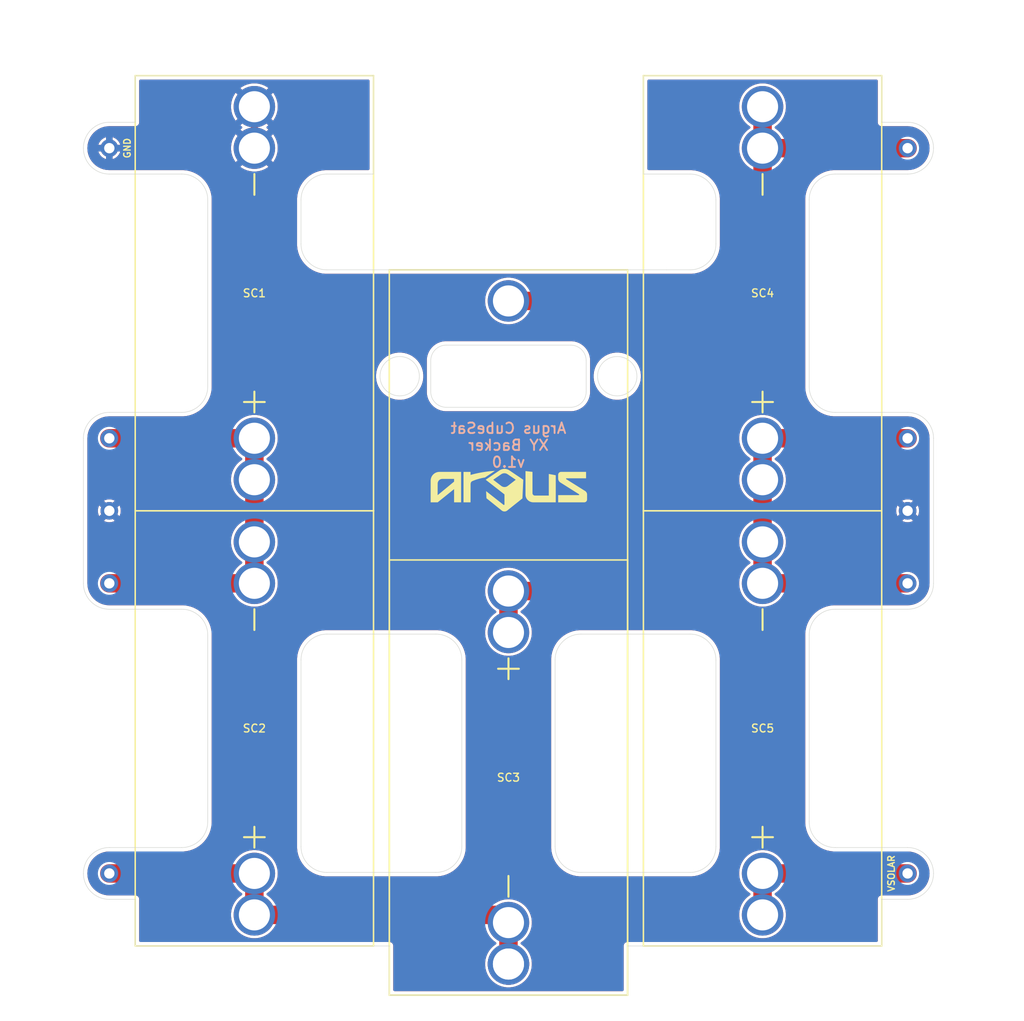
<source format=kicad_pcb>
(kicad_pcb (version 20241229) (generator "pcbnew") (generator_version "9.0")
  (layers (0 "F.Cu" signal) (2 "B.Cu" signal) (13 "F.Paste" user) (15 "B.Paste" user) (5 "F.SilkS" user "F.Silkscreen") (7 "B.SilkS" user "B.Silkscreen") (1 "F.Mask" user) (3 "B.Mask" user) (25 "Edge.Cuts" user))
  (net 0 "")
  (net 1 "GND")
  (net 2 "VSOLAR")
  (net 3 "Net-(SC1-+)")
  (net 4 "Net-(SC2-+)")
  (net 5 "Net-(SC3-+)")
  (net 6 "Net-(SC4-+)")
  (footprint "Cell Backer:MountingHole_1mm" (layer "F.Cu") (at 111.976 102)
    (property "Reference" "H9" (hide yes))
    (property "Value" "MountingHole_Pad")
    (pad "1" thru_hole circle (at 0 0) (size 1.7 1.7) (drill 1) (layers "*.Cu" "*.Mask") (net 1 "GND"))
  )
  (footprint "Cell Backer:MountingHole_1mm" (layer "F.Cu") (at 111.976 109)
    (property "Reference" "H4" (hide yes))
    (property "Value" "MountingHole_Pad")
    (pad "1" thru_hole circle (at 0 0) (size 1.7 1.7) (drill 1) (layers "*.Cu" "*.Mask") (net 3 "Net-(SC1-+)"))
  )
  (footprint "Cell Backer:SM141K06TF_S" (layer "F.Cu") (at 125.976 123 -90)
    (property "Reference" "SC2" (at 0 0 180) (layer "F.SilkS") (effects (font (size 0.762 0.762) (thickness 0.127))))
    (property "Value" "SM141K06TF/S")
    (fp_line (start -20.999999 11.5) (end 20.999999 11.5) (stroke (width 0.15)) (layer "F.SilkS"))
    (fp_line (start -9.499999 0) (end -11.5 0) (stroke (width 0.2)) (layer "F.SilkS"))
    (fp_line (start 9.499999 0) (end 11.5 0) (stroke (width 0.2)) (layer "F.SilkS"))
    (fp_line (start 10.5 -1) (end 10.5 1) (stroke (width 0.2)) (layer "F.SilkS"))
    (fp_line (start -20.999999 -11.5) (end -20.999999 11.5) (stroke (width 0.15)) (layer "F.SilkS"))
    (fp_line (start -20.999999 -11.5) (end 20.999999 -11.5) (stroke (width 0.15)) (layer "F.SilkS"))
    (fp_line (start 20.999999 -11.5) (end 20.999999 11.5) (stroke (width 0.15)) (layer "F.SilkS"))
    (pad "1" thru_hole circle (at 14 0 315) (size 4 4) (drill 3) (layers "*.Cu" "*.Mask") (net 4 "Net-(SC2-+)"))
    (pad "1" thru_hole circle (at 18 0 270) (size 4 4) (drill 3) (layers "*.Cu" "*.Mask") (net 4 "Net-(SC2-+)"))
    (pad "2" thru_hole circle (at -18 0 270) (size 4 4) (drill 3) (layers "*.Cu" "*.Mask") (net 3 "Net-(SC1-+)"))
    (pad "2" thru_hole circle (at -14 0 270) (size 4 4) (drill 3) (layers "*.Cu" "*.Mask") (net 3 "Net-(SC1-+)"))
  )
  (footprint "Cell Backer:MountingHole_1mm" (layer "F.Cu") (at 111.976 137)
    (property "Reference" "H5" (hide yes))
    (property "Value" "MountingHole_Pad")
    (pad "1" thru_hole circle (at 0 0) (size 1.7 1.7) (drill 1) (layers "*.Cu" "*.Mask") (net 4 "Net-(SC2-+)"))
  )
  (footprint "Cell Backer:MountingHole_1mm" (layer "F.Cu") (at 189.024 67)
    (property "Reference" "H6" (hide yes))
    (property "Value" "MountingHole_Pad")
    (pad "1" thru_hole circle (at 0 0) (size 1.7 1.7) (drill 1) (layers "*.Cu" "*.Mask") (net 5 "Net-(SC3-+)"))
  )
  (footprint "Cell Backer:SM141K10TF_S" (layer "F.Cu") (at 150.5 113.744719 90)
    (property "Reference" "SC6" (hide yes))
    (property "Value" "SM141K10TF/S")
    (fp_line (start 35 -11.5) (end 35 11.5) (stroke (width 0.15)) (layer "F.SilkS"))
    (fp_line (start -35 -11.5) (end 35 -11.5) (stroke (width 0.15)) (layer "F.SilkS"))
    (fp_line (start -35 -11.5) (end -35 11.5) (stroke (width 0.15)) (layer "F.SilkS"))
    (fp_line (start -35 11.5) (end 35 11.5) (stroke (width 0.15)) (layer "F.SilkS"))
    (pad "1" thru_hole circle (at 32 0 90) (size 4 4) (drill 3) (layers "*.Cu" "*.Mask") (net 5 "Net-(SC3-+)"))
    (pad "2" thru_hole circle (at -32 0 90) (size 4 4) (drill 3) (layers "*.Cu" "*.Mask") (net 4 "Net-(SC2-+)"))
  )
  (footprint "Cell Backer:MountingHole_1mm" (layer "F.Cu") (at 189.024 102)
    (property "Reference" "H10" (hide yes))
    (property "Value" "MountingHole_Pad")
    (pad "1" thru_hole circle (at 0 0) (size 1.7 1.7) (drill 1) (layers "*.Cu" "*.Mask") (net 1 "GND"))
  )
  (footprint "Cell Backer:MountingHole_1mm" (layer "F.Cu") (at 189.024 109)
    (property "Reference" "H2" (hide yes))
    (property "Value" "MountingHole_Pad")
    (pad "1" thru_hole circle (at 0 0) (size 1.7 1.7) (drill 1) (layers "*.Cu" "*.Mask") (net 6 "Net-(SC4-+)"))
  )
  (footprint "Cell Backer:MountingHole_1mm" (layer "F.Cu") (at 189.024 137 90)
    (property "Reference" "H8" (hide yes))
    (property "Value" "MountingHole_Pad")
    (pad "1" thru_hole circle (at 0 0 90) (size 1.7 1.7) (drill 1) (layers "*.Cu" "*.Mask") (net 2 "VSOLAR"))
  )
  (footprint "Cell Backer:SM141K06TF_S" (layer "F.Cu") (at 150.5 127.74472 90)
    (property "Reference" "SC3" (at 0 0 180) (layer "F.SilkS") (effects (font (size 0.762 0.762) (thickness 0.127))))
    (property "Value" "SM141K06TF/S")
    (fp_line (start 20.999999 -11.5) (end 20.999999 11.5) (stroke (width 0.15)) (layer "F.SilkS"))
    (fp_line (start -20.999999 -11.5) (end 20.999999 -11.5) (stroke (width 0.15)) (layer "F.SilkS"))
    (fp_line (start -20.999999 -11.5) (end -20.999999 11.5) (stroke (width 0.15)) (layer "F.SilkS"))
    (fp_line (start 10.5 -1) (end 10.5 1) (stroke (width 0.2)) (layer "F.SilkS"))
    (fp_line (start 9.499999 0) (end 11.5 0) (stroke (width 0.2)) (layer "F.SilkS"))
    (fp_line (start -9.499999 0) (end -11.5 0) (stroke (width 0.2)) (layer "F.SilkS"))
    (fp_line (start -20.999999 11.5) (end 20.999999 11.5) (stroke (width 0.15)) (layer "F.SilkS"))
    (pad "1" thru_hole circle (at 14 0 135) (size 4 4) (drill 3) (layers "*.Cu" "*.Mask") (net 5 "Net-(SC3-+)"))
    (pad "1" thru_hole circle (at 18 0 90) (size 4 4) (drill 3) (layers "*.Cu" "*.Mask") (net 5 "Net-(SC3-+)"))
    (pad "2" thru_hole circle (at -18 0 90) (size 4 4) (drill 3) (layers "*.Cu" "*.Mask") (net 4 "Net-(SC2-+)"))
    (pad "2" thru_hole circle (at -14 0 90) (size 4 4) (drill 3) (layers "*.Cu" "*.Mask") (net 4 "Net-(SC2-+)"))
  )
  (footprint "Cell Backer:MountingHole_1mm" (layer "F.Cu") (at 189.024 95.000001 90)
    (property "Reference" "H7" (hide yes))
    (property "Value" "MountingHole_Pad")
    (pad "1" thru_hole circle (at 0 0 90) (size 1.7 1.7) (drill 1) (layers "*.Cu" "*.Mask") (net 6 "Net-(SC4-+)"))
  )
  (footprint "Cell Backer:MountingHole_1mm" (layer "F.Cu") (at 111.976 95)
    (property "Reference" "H1" (hide yes))
    (property "Value" "MountingHole_Pad")
    (pad "1" thru_hole circle (at 0 0) (size 1.7 1.7) (drill 1) (layers "*.Cu" "*.Mask") (net 3 "Net-(SC1-+)"))
  )
  (footprint "Cell Backer:SM141K06TF_S" (layer "F.Cu") (at 175.024 123 -90)
    (property "Reference" "SC5" (at 0 0 180) (layer "F.SilkS") (effects (font (size 0.762 0.762) (thickness 0.127))))
    (property "Value" "SM141K06TF/S")
    (fp_line (start -20.999999 11.5) (end 20.999999 11.5) (stroke (width 0.15)) (layer "F.SilkS"))
    (fp_line (start -9.499999 0) (end -11.5 0) (stroke (width 0.2)) (layer "F.SilkS"))
    (fp_line (start 9.499999 0) (end 11.5 0) (stroke (width 0.2)) (layer "F.SilkS"))
    (fp_line (start 10.5 -1) (end 10.5 1) (stroke (width 0.2)) (layer "F.SilkS"))
    (fp_line (start -20.999999 -11.5) (end -20.999999 11.5) (stroke (width 0.15)) (layer "F.SilkS"))
    (fp_line (start -20.999999 -11.5) (end 20.999999 -11.5) (stroke (width 0.15)) (layer "F.SilkS"))
    (fp_line (start 20.999999 -11.5) (end 20.999999 11.5) (stroke (width 0.15)) (layer "F.SilkS"))
    (pad "1" thru_hole circle (at 14 0 315) (size 4 4) (drill 3) (layers "*.Cu" "*.Mask") (net 2 "VSOLAR"))
    (pad "1" thru_hole circle (at 18 0 270) (size 4 4) (drill 3) (layers "*.Cu" "*.Mask") (net 2 "VSOLAR"))
    (pad "2" thru_hole circle (at -18 0 270) (size 4 4) (drill 3) (layers "*.Cu" "*.Mask") (net 6 "Net-(SC4-+)"))
    (pad "2" thru_hole circle (at -14 0 270) (size 4 4) (drill 3) (layers "*.Cu" "*.Mask") (net 6 "Net-(SC4-+)"))
  )
  (footprint "Cell Backer:SM141K06TF_S" (layer "F.Cu") (at 175.024 81 -90)
    (property "Reference" "SC4" (at 0 0 180) (layer "F.SilkS") (effects (font (size 0.762 0.762) (thickness 0.127))))
    (property "Value" "SM141K06TF/S")
    (fp_line (start -20.999999 11.5) (end 20.999999 11.5) (stroke (width 0.15)) (layer "F.SilkS"))
    (fp_line (start -9.499999 0) (end -11.5 0) (stroke (width 0.2)) (layer "F.SilkS"))
    (fp_line (start 9.499999 0) (end 11.5 0) (stroke (width 0.2)) (layer "F.SilkS"))
    (fp_line (start 10.5 -1) (end 10.5 1) (stroke (width 0.2)) (layer "F.SilkS"))
    (fp_line (start -20.999999 -11.5) (end -20.999999 11.5) (stroke (width 0.15)) (layer "F.SilkS"))
    (fp_line (start -20.999999 -11.5) (end 20.999999 -11.5) (stroke (width 0.15)) (layer "F.SilkS"))
    (fp_line (start 20.999999 -11.5) (end 20.999999 11.5) (stroke (width 0.15)) (layer "F.SilkS"))
    (pad "1" thru_hole circle (at 14 0 315) (size 4 4) (drill 3) (layers "*.Cu" "*.Mask") (net 6 "Net-(SC4-+)"))
    (pad "1" thru_hole circle (at 18 0 270) (size 4 4) (drill 3) (layers "*.Cu" "*.Mask") (net 6 "Net-(SC4-+)"))
    (pad "2" thru_hole circle (at -18 0 270) (size 4 4) (drill 3) (layers "*.Cu" "*.Mask") (net 5 "Net-(SC3-+)"))
    (pad "2" thru_hole circle (at -14 0 270) (size 4 4) (drill 3) (layers "*.Cu" "*.Mask") (net 5 "Net-(SC3-+)"))
  )
  (footprint "Cell Backer:MountingHole_1mm" (layer "F.Cu") (at 111.976 67 45)
    (property "Reference" "H3" (hide yes))
    (property "Value" "MountingHole_Pad")
    (pad "1" thru_hole circle (at 0 0 45) (size 1.7 1.7) (drill 1) (layers "*.Cu" "*.Mask") (net 1 "GND"))
  )
  (footprint "Cell Backer:SM141K06TF_S" (layer "F.Cu") (at 125.976 81 -90)
    (property "Reference" "SC1" (at 0 0 0) (layer "F.SilkS") (effects (font (size 0.762 0.762) (thickness 0.127))))
    (property "Value" "SM141K06TF/S")
    (fp_line (start -20.999999 11.5) (end 20.999999 11.5) (stroke (width 0.15)) (layer "F.SilkS"))
    (fp_line (start -9.499999 0) (end -11.5 0) (stroke (width 0.2)) (layer "F.SilkS"))
    (fp_line (start 9.499999 0) (end 11.5 0) (stroke (width 0.2)) (layer "F.SilkS"))
    (fp_line (start 10.5 -1) (end 10.5 1) (stroke (width 0.2)) (layer "F.SilkS"))
    (fp_line (start -20.999999 -11.5) (end -20.999999 11.5) (stroke (width 0.15)) (layer "F.SilkS"))
    (fp_line (start -20.999999 -11.5) (end 20.999999 -11.5) (stroke (width 0.15)) (layer "F.SilkS"))
    (fp_line (start 20.999999 -11.5) (end 20.999999 11.5) (stroke (width 0.15)) (layer "F.SilkS"))
    (pad "1" thru_hole circle (at 14 0 315) (size 4 4) (drill 3) (layers "*.Cu" "*.Mask") (net 3 "Net-(SC1-+)"))
    (pad "1" thru_hole circle (at 18 0 270) (size 4 4) (drill 3) (layers "*.Cu" "*.Mask") (net 3 "Net-(SC1-+)"))
    (pad "2" thru_hole circle (at -18 0 270) (size 4 4) (drill 3) (layers "*.Cu" "*.Mask") (net 1 "GND"))
    (pad "2" thru_hole circle (at -14 0 270) (size 4 4) (drill 3) (layers "*.Cu" "*.Mask") (net 1 "GND"))
  )
  (gr_poly (pts (xy 150.17672 97.957612) (xy 150.239119 97.964477) (xy 150.300991 97.975918) (xy 150.362072 97.991935) (xy 150.422098 98.01253) (xy 150.480807 98.0377) (xy 150.537935 98.067447) (xy 150.593218 98.101771) (xy 151.929893 99.002941) (xy 151.929894 99.003471) (xy 151.929365 99.003471) (xy 151.848402 100.802108) (xy 150.384727 101.971037) (xy 150.369752 101.982522) (xy 150.354411 101.993262) (xy 150.338728 102.003259) (xy 150.322728 102.012513) (xy 150.306435 102.021023) (xy 150.289873 102.028789) (xy 150.273067 102.035813) (xy 150.256041 102.042094) (xy 150.221427 102.052429) (xy 150.186228 102.059794) (xy 150.150638 102.064193) (xy 150.114853 102.065626) (xy 150.079067 102.064094) (xy 150.043477 102.0596) (xy 150.008278 102.052145) (xy 149.973664 102.04173) (xy 149.956638 102.035414) (xy 149.939832 102.028358) (xy 149.92327 102.020563) (xy 149.906977 102.012029) (xy 149.890976 102.002756) (xy 149.875293 101.992745) (xy 149.859952 101.981995) (xy 149.844977 101.970508) (xy 148.375482 100.790995) (xy 148.340556 100.103079) (xy 150.018014 101.421233) (xy 150.021688 101.42394) (xy 150.025456 101.426314) (xy 150.029305 101.42836) (xy 150.033221 101.430085) (xy 150.03719 101.431495) (xy 150.041198 101.432598) (xy 150.045231 101.4334) (xy 150.049277 101.433908) (xy 150.053319 101.434128) (xy 150.057346 101.434067) (xy 150.061343 101.433732) (xy 150.065295 101.433129) (xy 150.06919 101.432266) (xy 150.073014 101.431149) (xy 150.076751 101.429784) (xy 150.08039 101.428178) (xy 150.083915 101.426338) (xy 150.087314 101.424271) (xy 150.090571 101.421983) (xy 150.093674 101.419481) (xy 150.096608 101.416771) (xy 150.09936 101.413861) (xy 150.101915 101.410757) (xy 150.10426 101.407466) (xy 150.106382 101.403994) (xy 150.108265 101.400348) (xy 150.109897 101.396535) (xy 150.111263 101.392561) (xy 150.112349 101.388434) (xy 150.113143 101.384159) (xy 150.113629 101.379744) (xy 150.113794 101.375195) (xy 150.113794 100.417933) (xy 148.298223 99.003471) (xy 148.299007 99.002941) (xy 149.026885 99.002941) (xy 149.806877 99.6009) (xy 149.824296 99.613683) (xy 149.842108 99.625642) (xy 149.860286 99.636777) (xy 149.878804 99.647087) (xy 149.916756 99.665234) (xy 149.955754 99.680084) (xy 149.99559 99.691639) (xy 150.036053 99.699898) (xy 150.076935 99.704863) (xy 150.118027 99.706535) (xy 150.159118 99.704913) (xy 150.2 99.7) (xy 150.240463 99.691795) (xy 150.280299 99.680299) (xy 150.319297 99.665514) (xy 150.357249 99.64744) (xy 150.375767 99.63717) (xy 150.393945 99.626078) (xy 150.411757 99.614164) (xy 150.429176 99.601429) (xy 150.429706 99.601429) (xy 151.200702 99.004) (xy 150.411714 98.469542) (xy 150.376731 98.447496) (xy 150.340553 98.428391) (xy 150.303353 98.412224) (xy 150.2653 98.398997) (xy 150.226565 98.388709) (xy 150.187319 98.381361) (xy 150.147731 98.376952) (xy 150.107973 98.375482) (xy 150.068214 98.376952) (xy 150.028627 98.381361) (xy 149.98938 98.388709) (xy 149.950645 98.398997) (xy 149.912592 98.412224) (xy 149.875392 98.428391) (xy 149.839214 98.447496) (xy 149.804231 98.469542) (xy 149.026885 99.002941) (xy 148.299007 99.002941) (xy 149.634897 98.101771) (xy 149.69018 98.067447) (xy 149.747308 98.0377) (xy 149.806017 98.01253) (xy 149.866044 97.991935) (xy 149.927125 97.975918) (xy 149.988997 97.964477) (xy 150.051396 97.957612) (xy 150.114058 97.955324)) (fill yes) (layer "F.SilkS"))
  (gr_poly (pts (xy 157.989911 98.861654) (xy 156.10396 98.861654) (xy 156.099585 98.861832) (xy 156.095391 98.862355) (xy 156.091384 98.863205) (xy 156.087569 98.864364) (xy 156.08395 98.865813) (xy 156.080534 98.867535) (xy 156.077325 98.869511) (xy 156.074327 98.871725) (xy 156.071547 98.874156) (xy 156.068989 98.876789) (xy 156.066657 98.879603) (xy 156.064558 98.882583) (xy 156.062696 98.885709) (xy 156.061077 98.888963) (xy 156.059704 98.892328) (xy 156.058584 98.895785) (xy 156.057722 98.899317) (xy 156.057121 98.902905) (xy 156.056789 98.906531) (xy 156.056728 98.910178) (xy 156.056945 98.913827) (xy 156.057445 98.91746) (xy 156.058232 98.92106) (xy 156.059312 98.924608) (xy 156.060689 98.928086) (xy 156.06237 98.931477) (xy 156.064358 98.934761) (xy 156.066658 98.937922) (xy 156.069277 98.940941) (xy 156.072218 98.9438) (xy 156.075488 98.946481) (xy 156.07909 98.948966) (xy 157.895717 100.087204) (xy 157.90679 100.09441) (xy 157.917583 100.101933) (xy 157.92809 100.109765) (xy 157.938307 100.117899) (xy 157.957853 100.135035) (xy 157.976184 100.153275) (xy 157.993262 100.172555) (xy 158.009051 100.192807) (xy 158.023512 100.213966) (xy 158.036609 100.235966) (xy 158.048304 100.258741) (xy 158.058561 100.282225) (xy 158.067342 100.306353) (xy 158.07461 100.331059) (xy 158.080327 100.356276) (xy 158.082593 100.369055) (xy 158.084457 100.381938) (xy 158.085915 100.394916) (xy 158.086962 100.407981) (xy 158.087594 100.421124) (xy 158.087806 100.434337) (xy 158.087806 100.904237) (xy 158.087444 100.918536) (xy 158.086372 100.932646) (xy 158.084605 100.946551) (xy 158.082163 100.960234) (xy 158.079061 100.973676) (xy 158.075318 100.98686) (xy 158.070951 100.999769) (xy 158.065978 101.012385) (xy 158.060415 101.024692) (xy 158.054281 101.036671) (xy 158.047592 101.048305) (xy 158.040367 101.059576) (xy 158.032622 101.070468) (xy 158.024375 101.080963) (xy 158.015644 101.091042) (xy 158.006446 101.10069) (xy 157.996799 101.109888) (xy 157.986719 101.118619) (xy 157.976224 101.126866) (xy 157.965333 101.134611) (xy 157.954061 101.141836) (xy 157.942427 101.148524) (xy 157.930448 101.154659) (xy 157.918142 101.160221) (xy 157.905525 101.165195) (xy 157.892616 101.169562) (xy 157.879432 101.173305) (xy 157.86599 101.176406) (xy 157.852308 101.178849) (xy 157.838403 101.180616) (xy 157.824292 101.181688) (xy 157.809994 101.18205) (xy 157.809464 101.18205) (xy 155.295922 101.18205) (xy 155.295922 100.486195) (xy 157.279239 100.486195) (xy 157.283569 100.486017) (xy 157.287722 100.485494) (xy 157.291694 100.484644) (xy 157.29548 100.483485) (xy 157.299075 100.482036) (xy 157.302473 100.480314) (xy 157.305669 100.478338) (xy 157.308658 100.476125) (xy 157.311435 100.473693) (xy 157.313993 100.471061) (xy 157.316329 100.468246) (xy 157.318437 100.465266) (xy 157.320312 100.46214) (xy 157.321948 100.458886) (xy 157.32334 100.455521) (xy 157.324483 100.452064) (xy 157.325372 100.448532) (xy 157.326002 100.444944) (xy 157.326367 100.441318) (xy 157.326462 100.437671) (xy 157.326281 100.434022) (xy 157.325821 100.430389) (xy 157.325074 100.426789) (xy 157.324037 100.423241) (xy 157.322703 100.419763) (xy 157.321069 100.416372) (xy 157.319127 100.413088) (xy 157.316874 100.409927) (xy 157.314304 100.406908) (xy 157.311412 100.404049) (xy 157.308192 100.401368) (xy 157.304639 100.398883) (xy 155.510236 99.269112) (xy 155.497841 99.261041) (xy 155.485761 99.252611) (xy 155.474001 99.243831) (xy 155.462567 99.23471) (xy 155.451463 99.225258) (xy 155.440695 99.215485) (xy 155.420187 99.195012) (xy 155.401083 99.173367) (xy 155.383425 99.150626) (xy 155.367254 99.126865) (xy 155.35261 99.10216) (xy 155.339536 99.076587) (xy 155.328071 99.050221) (xy 155.318258 99.023139) (xy 155.310136 98.995417) (xy 155.303748 98.967131) (xy 155.299134 98.938356) (xy 155.297506 98.923809) (xy 155.296336 98.909169) (xy 155.29563 98.894444) (xy 155.295394 98.879645) (xy 155.295394 98.524575) (xy 155.29576 98.510127) (xy 155.296846 98.495868) (xy 155.298635 98.481815) (xy 155.301108 98.467986) (xy 155.304249 98.454398) (xy 155.308039 98.441069) (xy 155.31246 98.428017) (xy 155.317495 98.41526) (xy 155.323126 98.402816) (xy 155.329336 98.390701) (xy 155.336106 98.378934) (xy 155.343419 98.367533) (xy 155.351257 98.356515) (xy 155.359603 98.345898) (xy 155.368438 98.3357) (xy 155.377745 98.325939) (xy 155.387507 98.316631) (xy 155.397705 98.307796) (xy 155.408322 98.29945) (xy 155.41934 98.291612) (xy 155.430741 98.284299) (xy 155.442508 98.277529) (xy 155.454622 98.271319) (xy 155.467067 98.265688) (xy 155.479824 98.260653) (xy 155.492876 98.256232) (xy 155.506205 98.252442) (xy 155.519793 98.249301) (xy 155.533622 98.246828) (xy 155.547675 98.245039) (xy 155.561934 98.243953) (xy 155.576381 98.243587) (xy 157.989911 98.243587)) (fill yes) (layer "F.SilkS"))
  (gr_poly (pts (xy 148.23631 98.784395) (xy 148.12984 98.801635) (xy 148.007793 98.825053) (xy 147.849687 98.86) (xy 147.662882 98.907721) (xy 147.454739 98.969463) (xy 147.344965 99.005981) (xy 147.232618 99.046472) (xy 147.118616 99.091092) (xy 147.003881 99.139995) (xy 146.993137 99.145114) (xy 146.982832 99.150637) (xy 146.972956 99.156553) (xy 146.963506 99.162848) (xy 146.954473 99.169508) (xy 146.945853 99.17652) (xy 146.937638 99.183871) (xy 146.929822 99.191548) (xy 146.915363 99.207825) (xy 146.902426 99.225246) (xy 146.890961 99.243704) (xy 146.880916 99.263093) (xy 146.872241 99.283307) (xy 146.864887 99.304239) (xy 146.858802 99.325783) (xy 146.853936 99.347834) (xy 146.85024 99.370285) (xy 146.847662 99.393029) (xy 146.846152 99.415961) (xy 146.84566 99.438975) (xy 146.839839 101.182579) (xy 146.163035 101.182579) (xy 146.161447 98.244646) (xy 146.841426 98.244646) (xy 146.841426 98.537804) (xy 146.842485 98.537804) (xy 147.067894 98.475915) (xy 147.290232 98.420766) (xy 147.507916 98.371978) (xy 147.719364 98.329172) (xy 147.922991 98.291968) (xy 148.117216 98.259988) (xy 148.300456 98.232853) (xy 148.471128 98.210183) (xy 148.768435 98.176725) (xy 148.996474 98.15658) (xy 149.194102 98.144104)) (fill yes) (layer "F.SilkS"))
  (gr_poly (pts (xy 145.928614 98.243587) (xy 145.928614 101.18205) (xy 145.250752 101.18205) (xy 145.250752 99.907816) (xy 143.668014 101.18205) (xy 142.990152 101.18205) (xy 142.990152 100.489899) (xy 143.663781 100.489899) (xy 145.250752 99.183387) (xy 145.250752 98.921979) (xy 145.250752 98.92145) (xy 144.120452 98.92145) (xy 144.097179 98.922039) (xy 144.07421 98.923787) (xy 144.051575 98.926665) (xy 144.029301 98.930646) (xy 144.007416 98.9357) (xy 143.985951 98.9418) (xy 143.964932 98.948916) (xy 143.944388 98.95702) (xy 143.924348 98.966083) (xy 143.904841 98.976078) (xy 143.885894 98.986976) (xy 143.867537 98.998747) (xy 143.849797 99.011365) (xy 143.832704 99.024799) (xy 143.816286 99.039023) (xy 143.80057 99.054006) (xy 143.785587 99.069721) (xy 143.771364 99.08614) (xy 143.757929 99.103233) (xy 143.745312 99.120972) (xy 143.73354 99.13933) (xy 143.722643 99.158276) (xy 143.712648 99.177784) (xy 143.703584 99.197824) (xy 143.69548 99.218367) (xy 143.688364 99.239386) (xy 143.682265 99.260852) (xy 143.67721 99.282736) (xy 143.67323 99.30501) (xy 143.670351 99.327646) (xy 143.668603 99.350614) (xy 143.668014 99.373887) (xy 143.663781 100.489899) (xy 142.990152 100.489899) (xy 142.990152 99.09237) (xy 142.991256 99.048686) (xy 142.994533 99.005575) (xy 142.99993 98.963092) (xy 143.007393 98.92129) (xy 143.016869 98.880222) (xy 143.028305 98.839942) (xy 143.041648 98.800501) (xy 143.056843 98.761955) (xy 143.073839 98.724356) (xy 143.092581 98.687758) (xy 143.113016 98.652214) (xy 143.135092 98.617776) (xy 143.158754 98.584499) (xy 143.183949 98.552436) (xy 143.210625 98.521639) (xy 143.238728 98.492163) (xy 143.268204 98.46406) (xy 143.299 98.437385) (xy 143.331064 98.412189) (xy 143.364341 98.388527) (xy 143.398778 98.366452) (xy 143.434323 98.346016) (xy 143.470921 98.327274) (xy 143.50852 98.310279) (xy 143.547066 98.295083) (xy 143.586506 98.28174) (xy 143.626787 98.270305) (xy 143.667855 98.260828) (xy 143.709657 98.253365) (xy 143.75214 98.247968) (xy 143.795251 98.244691) (xy 143.838935 98.243587) (xy 145.928614 98.243587)) (fill yes) (layer "F.SilkS"))
  (gr_poly (pts (xy 152.818363 98.242) (xy 152.818363 100.298341) (xy 152.818677 100.310321) (xy 152.819608 100.322141) (xy 152.821141 100.333786) (xy 152.823261 100.345242) (xy 152.825953 100.356494) (xy 152.829201 100.367529) (xy 152.83299 100.378331) (xy 152.837305 100.388887) (xy 152.842132 100.399181) (xy 152.847453 100.409199) (xy 152.853256 100.418928) (xy 152.859523 100.428352) (xy 152.86624 100.437457) (xy 152.873393 100.446228) (xy 152.880964 100.454652) (xy 152.88894 100.462714) (xy 152.897305 100.470398) (xy 152.906044 100.477692) (xy 152.915142 100.48458) (xy 152.924583 100.491048) (xy 152.934353 100.497081) (xy 152.944436 100.502666) (xy 152.954816 100.507787) (xy 152.965479 100.51243) (xy 152.97641 100.516582) (xy 152.987592 100.520226) (xy 152.999012 100.52335) (xy 153.010654 100.525938) (xy 153.022502 100.527976) (xy 153.034541 100.529449) (xy 153.046757 100.530344) (xy 153.059134 100.530645) (xy 154.391575 100.530645) (xy 154.391575 98.4452) (xy 155.065732 98.568496) (xy 155.065204 98.568496) (xy 155.065204 101.18205) (xy 152.905146 101.18205) (xy 152.865997 101.181093) (xy 152.82736 101.178254) (xy 152.789285 101.173579) (xy 152.751818 101.167114) (xy 152.715007 101.158905) (xy 152.678901 101.148999) (xy 152.643548 101.137442) (xy 152.608994 101.124279) (xy 152.575289 101.109558) (xy 152.542479 101.093324) (xy 152.510613 101.075624) (xy 152.479739 101.056504) (xy 152.449904 101.036009) (xy 152.421157 101.014187) (xy 152.393545 100.991084) (xy 152.367115 100.966745) (xy 152.341917 100.941217) (xy 152.317998 100.914546) (xy 152.295405 100.886779) (xy 152.274187 100.857961) (xy 152.254391 100.828139) (xy 152.236065 100.797359) (xy 152.219258 100.765667) (xy 152.204016 100.73311) (xy 152.190389 100.699733) (xy 152.178423 100.665583) (xy 152.168166 100.630706) (xy 152.159667 100.595149) (xy 152.152974 100.558957) (xy 152.148134 100.522177) (xy 152.145194 100.484855) (xy 152.144204 100.447037) (xy 152.144204 98.167387)) (fill yes) (layer "F.SilkS"))
  (gr_line (start 143 90.50886) (end 143 87.5089) (stroke (width 0.05)) (layer "Edge.Cuts"))
  (gr_line (start 143.499999 113.899999) (end 137.476 113.9) (stroke (width 0.05)) (layer "Edge.Cuts"))
  (gr_arc (start 132.976 136.9) (mid 131.208233 136.167767) (end 130.476 134.4) (stroke (width 0.05)) (layer "Edge.Cuts"))
  (gr_line (start 132.976 136.9) (end 137.476 136.9) (stroke (width 0.05)) (layer "Edge.Cuts"))
  (gr_arc (start 168.024 113.899998) (mid 169.79176 114.632232) (end 170.524 116.399998) (stroke (width 0.05)) (layer "Edge.Cuts"))
  (gr_arc (start 189.024 92.5) (mid 190.791767 93.232233) (end 191.524 95) (stroke (width 0.05)) (layer "Edge.Cuts"))
  (gr_line (start 162 148.74472) (end 139 148.74472) (stroke (width 0.05)) (layer "Edge.Cuts"))
  (gr_line (start 168.024 69.5) (end 163.524 69.5) (stroke (width 0.05)) (layer "Edge.Cuts"))
  (gr_line (start 114.476 144) (end 139 144) (stroke (width 0.05)) (layer "Edge.Cuts"))
  (gr_line (start 118.976 111.5) (end 111.976 111.500001) (stroke (width 0.05)) (layer "Edge.Cuts"))
  (gr_line (start 179.524 72) (end 179.524 90) (stroke (width 0.05)) (layer "Edge.Cuts"))
  (gr_line (start 114.476 139.5) (end 114.476 144) (stroke (width 0.05)) (layer "Edge.Cuts"))
  (gr_arc (start 168.024 69.5) (mid 169.791767 70.232233) (end 170.524 72.000001) (stroke (width 0.05)) (layer "Edge.Cuts"))
  (gr_line (start 191.524 95) (end 191.524 109) (stroke (width 0.05)) (layer "Edge.Cuts"))
  (gr_arc (start 182.024 92.5) (mid 180.256233 91.767767) (end 179.524 90) (stroke (width 0.05)) (layer "Edge.Cuts"))
  (gr_arc (start 170.524 134.4) (mid 169.79176 136.167754) (end 168.024 136.9) (stroke (width 0.05)) (layer "Edge.Cuts"))
  (gr_line (start 111.976 134.5) (end 118.976 134.500001) (stroke (width 0.05)) (layer "Edge.Cuts"))
  (gr_line (start 114.476 69.5) (end 111.976 69.5) (stroke (width 0.05)) (layer "Edge.Cuts"))
  (gr_arc (start 111.976 139.5) (mid 110.208233 138.767767) (end 109.476 137) (stroke (width 0.05)) (layer "Edge.Cuts"))
  (gr_line (start 144.5 92.00886) (end 156.5 92.00886) (stroke (width 0.05)) (layer "Edge.Cuts"))
  (gr_line (start 132.976 78.74472) (end 137.476001 78.74472) (stroke (width 0.05)) (layer "Edge.Cuts"))
  (gr_line (start 186.524 69.5) (end 189.024 69.5) (stroke (width 0.05)) (layer "Edge.Cuts"))
  (gr_arc (start 144.5 92.00886) (mid 143.439354 91.569518) (end 143 90.50886) (stroke (width 0.05)) (layer "Edge.Cuts"))
  (gr_arc (start 170.524 76.24472) (mid 169.791767 78.012487) (end 168.024 78.74472) (stroke (width 0.05)) (layer "Edge.Cuts"))
  (gr_line (start 146 116.399999) (end 146 134.4) (stroke (width 0.05)) (layer "Edge.Cuts"))
  (gr_line (start 170.524001 116.399998) (end 170.523999 134.4) (stroke (width 0.05)) (layer "Edge.Cuts"))
  (gr_arc (start 121.476 132) (mid 120.743767 133.767767) (end 118.976 134.500001) (stroke (width 0.05)) (layer "Edge.Cuts"))
  (gr_line (start 118.976 69.5) (end 114.476 69.5) (stroke (width 0.05)) (layer "Edge.Cuts"))
  (gr_line (start 182.024 69.5) (end 186.524 69.5) (stroke (width 0.05)) (layer "Edge.Cuts"))
  (gr_line (start 182.024 92.5) (end 189.024 92.5) (stroke (width 0.05)) (layer "Edge.Cuts"))
  (gr_arc (start 111.976 111.500001) (mid 110.208233 110.767768) (end 109.476 109.000001) (stroke (width 0.05)) (layer "Edge.Cuts"))
  (gr_line (start 137.476001 78.74472) (end 139 78.74472) (stroke (width 0.05)) (layer "Edge.Cuts"))
  (gr_arc (start 109.476 137) (mid 110.208233 135.232233) (end 111.976 134.5) (stroke (width 0.05)) (layer "Edge.Cuts"))
  (gr_arc (start 130.476 116.4) (mid 131.208233 114.632233) (end 132.976 113.9) (stroke (width 0.05)) (layer "Edge.Cuts"))
  (gr_arc (start 109.476 67) (mid 110.208233 65.232233) (end 111.976 64.5) (stroke (width 0.05)) (layer "Edge.Cuts"))
  (gr_arc (start 182.024 134.499999) (mid 180.256233 133.767766) (end 179.524 131.999999) (stroke (width 0.05)) (layer "Edge.Cuts"))
  (gr_arc (start 189.024 64.5) (mid 190.791767 65.232233) (end 191.524 67) (stroke (width 0.05)) (layer "Edge.Cuts"))
  (gr_line (start 168.024 78.74472) (end 165.774 78.74472) (stroke (width 0.05)) (layer "Edge.Cuts"))
  (gr_line (start 168.024 136.9) (end 163.524 136.899999) (stroke (width 0.05)) (layer "Edge.Cuts"))
  (gr_line (start 186.524 64.5) (end 186.524 60.000001) (stroke (width 0.05)) (layer "Edge.Cuts"))
  (gr_arc (start 191.524 67) (mid 190.791767 68.767767) (end 189.024 69.5) (stroke (width 0.05)) (layer "Edge.Cuts"))
  (gr_line (start 130.476 72.000001) (end 130.476 76.2447) (stroke (width 0.05)) (layer "Edge.Cuts"))
  (gr_line (start 114.476 64.5) (end 111.976 64.5) (stroke (width 0.05)) (layer "Edge.Cuts"))
  (gr_line (start 114.476 60) (end 137.476 60) (stroke (width 0.05)) (layer "Edge.Cuts"))
  (gr_circle (center 140 89.00886) (end 141.9 89.00886) (stroke (width 0.05)) (fill no) (layer "Edge.Cuts"))
  (gr_line (start 114.476 64.5) (end 114.476 60) (stroke (width 0.05)) (layer "Edge.Cuts"))
  (gr_line (start 165.774 78.74472) (end 162 78.74472) (stroke (width 0.05)) (layer "Edge.Cuts"))
  (gr_arc (start 156.5 86.00886) (mid 157.56066 86.4482) (end 158 87.50886) (stroke (width 0.05)) (layer "Edge.Cuts"))
  (gr_line (start 170.524 76.2447) (end 170.524 72.000001) (stroke (width 0.05)) (layer "Edge.Cuts"))
  (gr_line (start 189.024 64.5) (end 186.524 64.5) (stroke (width 0.05)) (layer "Edge.Cuts"))
  (gr_line (start 155 134.4) (end 155 116.4) (stroke (width 0.05)) (layer "Edge.Cuts"))
  (gr_line (start 139 78.74472) (end 162 78.74472) (stroke (width 0.05)) (layer "Edge.Cuts"))
  (gr_line (start 121.476 114) (end 121.476 132) (stroke (width 0.05)) (layer "Edge.Cuts"))
  (gr_line (start 137.476 69.5) (end 137.476 60) (stroke (width 0.05)) (layer "Edge.Cuts"))
  (gr_line (start 189.023999 111.500001) (end 182.024 111.500001) (stroke (width 0.05)) (layer "Edge.Cuts"))
  (gr_arc (start 191.524 109) (mid 190.791767 110.767767) (end 189.024 111.5) (stroke (width 0.05)) (layer "Edge.Cuts"))
  (gr_line (start 186.524 144) (end 186.524 139.5) (stroke (width 0.05)) (layer "Edge.Cuts"))
  (gr_line (start 186.524 139.5) (end 189.024 139.5) (stroke (width 0.05)) (layer "Edge.Cuts"))
  (gr_line (start 158 87.50886) (end 158 90.50886) (stroke (width 0.05)) (layer "Edge.Cuts"))
  (gr_line (start 157.5 113.9) (end 168.024 113.899998) (stroke (width 0.05)) (layer "Edge.Cuts"))
  (gr_line (start 130.476 134.4) (end 130.476 116.4) (stroke (width 0.05)) (layer "Edge.Cuts"))
  (gr_circle (center 161 89.00886) (end 162.9 89.00886) (stroke (width 0.05)) (fill no) (layer "Edge.Cuts"))
  (gr_arc (start 111.976 69.5) (mid 110.208233 68.767767) (end 109.476 67) (stroke (width 0.05)) (layer "Edge.Cuts"))
  (gr_arc (start 143 87.50886) (mid 143.43934 86.4482) (end 144.5 86.00886) (stroke (width 0.05)) (layer "Edge.Cuts"))
  (gr_line (start 162 148.74472) (end 162 144) (stroke (width 0.05)) (layer "Edge.Cuts"))
  (gr_line (start 143.5 136.9) (end 137.476 136.899999) (stroke (width 0.05)) (layer "Edge.Cuts"))
  (gr_line (start 182.024 134.499999) (end 186.524 134.499999) (stroke (width 0.05)) (layer "Edge.Cuts"))
  (gr_line (start 132.976 113.9) (end 137.476 113.9) (stroke (width 0.05)) (layer "Edge.Cuts"))
  (gr_arc (start 130.476 72.000001) (mid 131.208233 70.232233) (end 132.976 69.5) (stroke (width 0.05)) (layer "Edge.Cuts"))
  (gr_line (start 163.524 60) (end 186.524 60) (stroke (width 0.05)) (layer "Edge.Cuts"))
  (gr_arc (start 146 134.4) (mid 145.267767 136.167767) (end 143.5 136.9) (stroke (width 0.05)) (layer "Edge.Cuts"))
  (gr_arc (start 154.999999 116.4) (mid 155.732234 114.63224) (end 157.5 113.9) (stroke (width 0.05)) (layer "Edge.Cuts"))
  (gr_line (start 189.024 134.5) (end 186.524 134.499999) (stroke (width 0.05)) (layer "Edge.Cuts"))
  (gr_arc (start 179.524 72) (mid 180.256233 70.232233) (end 182.024 69.5) (stroke (width 0.05)) (layer "Edge.Cuts"))
  (gr_arc (start 179.524 114.000001) (mid 180.256233 112.232234) (end 182.024 111.500001) (stroke (width 0.05)) (layer "Edge.Cuts"))
  (gr_arc (start 143.5 113.899999) (mid 145.267767 114.632232) (end 146 116.399999) (stroke (width 0.05)) (layer "Edge.Cuts"))
  (gr_line (start 109.476 95) (end 109.476 109) (stroke (width 0.05)) (layer "Edge.Cuts"))
  (gr_arc (start 189.024 134.5) (mid 190.791767 135.232233) (end 191.524 137) (stroke (width 0.05)) (layer "Edge.Cuts"))
  (gr_line (start 132.976 69.5) (end 137.476 69.5) (stroke (width 0.05)) (layer "Edge.Cuts"))
  (gr_arc (start 109.476 95) (mid 110.208233 93.232233) (end 111.976 92.5) (stroke (width 0.05)) (layer "Edge.Cuts"))
  (gr_line (start 111.976 92.5) (end 118.976 92.500001) (stroke (width 0.05)) (layer "Edge.Cuts"))
  (gr_line (start 186.524 144) (end 162 144) (stroke (width 0.05)) (layer "Edge.Cuts"))
  (gr_arc (start 158 90.50886) (mid 157.56066 91.56952) (end 156.5 92.00886) (stroke (width 0.05)) (layer "Edge.Cuts"))
  (gr_line (start 179.524002 131.999999) (end 179.524 114.000001) (stroke (width 0.05)) (layer "Edge.Cuts"))
  (gr_arc (start 132.976 78.744701) (mid 131.208233 78.012468) (end 130.476 76.2447) (stroke (width 0.05)) (layer "Edge.Cuts"))
  (gr_line (start 157.5 136.9) (end 163.524 136.899999) (stroke (width 0.05)) (layer "Edge.Cuts"))
  (gr_arc (start 118.976 111.5) (mid 120.743767 112.232233) (end 121.476 114) (stroke (width 0.05)) (layer "Edge.Cuts"))
  (gr_line (start 121.476 72) (end 121.476 90) (stroke (width 0.05)) (layer "Edge.Cuts"))
  (gr_arc (start 118.976 69.5) (mid 120.743767 70.232233) (end 121.476 72) (stroke (width 0.05)) (layer "Edge.Cuts"))
  (gr_line (start 163.524 69.5) (end 163.524 60) (stroke (width 0.05)) (layer "Edge.Cuts"))
  (gr_arc (start 191.524 137) (mid 190.791767 138.767767) (end 189.024 139.5) (stroke (width 0.05)) (layer "Edge.Cuts"))
  (gr_arc (start 121.476 90.000001) (mid 120.743767 91.767768) (end 118.976 92.500001) (stroke (width 0.05)) (layer "Edge.Cuts"))
  (gr_line (start 114.476 139.5) (end 111.976 139.5) (stroke (width 0.05)) (layer "Edge.Cuts"))
  (gr_line (start 144.5 86.00886) (end 156.5 86.00886) (stroke (width 0.05)) (layer "Edge.Cuts"))
  (gr_line (start 139 144) (end 139 148.74472) (stroke (width 0.05)) (layer "Edge.Cuts"))
  (gr_arc (start 157.5 136.9) (mid 155.732226 136.167768) (end 155 134.4) (stroke (width 0.05)) (layer "Edge.Cuts"))
  (gr_text "GND" (at 114.076 67 90) (layer "F.SilkS") (effects (font (size 0.635 0.635) (thickness 0.127) (bold yes)) (justify bottom)))
  (gr_text "VSOLAR" (at 187.824 136.999998 90) (layer "F.SilkS") (effects (font (size 0.635 0.635) (thickness 0.127) (bold yes)) (justify bottom)))
  (gr_text "Argus CubeSat\nXY Backer\nv1.0" (at 150.5 97.9 0) (layer "B.SilkS") (effects (font (size 1.016 1.016) (thickness 0.1778) (bold yes)) (justify bottom mirror)))
  (segment (start 125.976 63) (end 125.976 67) (width 0.635) (layer "F.Cu") (net 1))
  (segment (start 175.273998 136.750002) (end 175.024 137) (width 1.778) (layer "F.Cu") (net 2))
  (segment (start 189.024 137) (end 175.273998 137) (width 1.778) (layer "F.Cu") (net 2))
  (segment (start 175.024 137) (end 175.024 141) (width 1.778) (layer "F.Cu") (net 2))
  (segment (start 125.976 109) (end 111.976 109) (width 1.778) (layer "F.Cu") (net 3))
  (segment (start 125.726 94.75) (end 125.976 95) (width 1.143) (layer "F.Cu") (net 3))
  (segment (start 125.976 95) (end 125.976 109) (width 1.778) (layer "F.Cu") (net 3))
  (segment (start 125.976 95) (end 111.976 95) (width 1.778) (layer "F.Cu") (net 3))
  (segment (start 125.726 109.25) (end 125.976 109) (width 1.143) (layer "F.Cu") (net 3))
  (segment (start 125.976 141) (end 149.75528 141) (width 1.778) (layer "F.Cu") (net 4))
  (segment (start 149.75528 141) (end 150.5 141.74472) (width 1.778) (layer "F.Cu") (net 4))
  (segment (start 125.725999 136.749999) (end 125.976 137) (width 1.778) (layer "F.Cu") (net 4))
  (segment (start 125.976 141) (end 125.976 137) (width 1.778) (layer "F.Cu") (net 4))
  (segment (start 150.5 145.74472) (end 150.5 141.74472) (width 1.778) (layer "F.Cu") (net 4))
  (segment (start 111.976 137) (end 125.725999 137) (width 1.778) (layer "F.Cu") (net 4))
  (segment (start 166.9 109.74472) (end 150.5 109.74472) (width 1.778) (layer "F.Cu") (net 5))
  (segment (start 175.274 67.25) (end 175.024 67) (width 1.778) (layer "F.Cu") (net 5))
  (segment (start 175.024 81.744719) (end 175.024 67) (width 1.778) (layer "F.Cu") (net 5))
  (segment (start 150.5 109.74472) (end 150.5 113.74472) (width 1.778) (layer "F.Cu") (net 5))
  (segment (start 150.5 81.744719) (end 167.3 81.744719) (width 1.778) (layer "F.Cu") (net 5))
  (segment (start 175.024 67) (end 175.024 63) (width 1.778) (layer "F.Cu") (net 5))
  (segment (start 167.3 81.744719) (end 175.024 81.744719) (width 1.778) (layer "F.Cu") (net 5))
  (segment (start 175.024 67) (end 189.024 67) (width 1.778) (layer "F.Cu") (net 5))
  (segment (start 166.9 82.144719) (end 166.9 109.74472) (width 1.778) (layer "F.Cu") (net 5))
  (segment (start 175.024 95) (end 189.024 95.000001) (width 1.778) (layer "F.Cu") (net 6))
  (segment (start 175.024 95) (end 175.024 109) (width 1.778) (layer "F.Cu") (net 6))
  (segment (start 175.024001 95.000001) (end 175.024 95) (width 1.778) (layer "F.Cu") (net 6))
  (segment (start 175.024 109) (end 188.9 109) (width 1.778) (layer "F.Cu") (net 6))
  (zone (net 1) (net_name "GND") (layers "F.Cu" "B.Cu") (connect_pads (clearance 0.254)) (min_thickness 0.254) (fill yes (thermal_gap 0.254) (thermal_bridge_width 0.635))
    (polygon (pts (xy 101.425202 52.7) (xy 200.256602 52.7) (xy 200.256602 151.252) (xy 101.425602 151.252)))
  )
)
</source>
